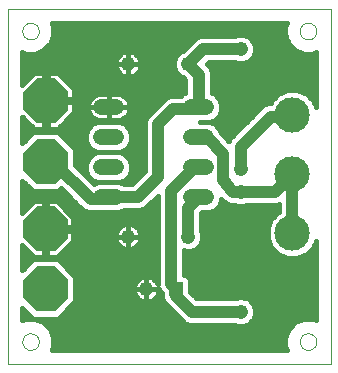
<source format=gtl>
G75*
G70*
%OFA0B0*%
%FSLAX24Y24*%
%IPPOS*%
%LPD*%
%AMOC8*
5,1,8,0,0,1.08239X$1,22.5*
%
%ADD10C,0.0000*%
%ADD11C,0.0520*%
%ADD12C,0.0476*%
%ADD13R,0.0476X0.0476*%
%ADD14C,0.1181*%
%ADD15OC8,0.1500*%
%ADD16C,0.0400*%
%ADD17C,0.0160*%
D10*
X000181Y000101D02*
X000181Y011951D01*
X010931Y011951D01*
X010931Y000101D01*
X000181Y000101D01*
X000655Y000851D02*
X000657Y000884D01*
X000663Y000916D01*
X000672Y000947D01*
X000685Y000977D01*
X000702Y001005D01*
X000722Y001031D01*
X000745Y001055D01*
X000770Y001075D01*
X000798Y001093D01*
X000827Y001107D01*
X000858Y001117D01*
X000890Y001124D01*
X000923Y001127D01*
X000956Y001126D01*
X000988Y001121D01*
X001019Y001112D01*
X001050Y001100D01*
X001078Y001084D01*
X001105Y001065D01*
X001129Y001043D01*
X001150Y001018D01*
X001169Y000991D01*
X001184Y000962D01*
X001195Y000932D01*
X001203Y000900D01*
X001207Y000867D01*
X001207Y000835D01*
X001203Y000802D01*
X001195Y000770D01*
X001184Y000740D01*
X001169Y000711D01*
X001150Y000684D01*
X001129Y000659D01*
X001105Y000637D01*
X001078Y000618D01*
X001050Y000602D01*
X001019Y000590D01*
X000988Y000581D01*
X000956Y000576D01*
X000923Y000575D01*
X000890Y000578D01*
X000858Y000585D01*
X000827Y000595D01*
X000798Y000609D01*
X000770Y000627D01*
X000745Y000647D01*
X000722Y000671D01*
X000702Y000697D01*
X000685Y000725D01*
X000672Y000755D01*
X000663Y000786D01*
X000657Y000818D01*
X000655Y000851D01*
X000655Y011201D02*
X000657Y011234D01*
X000663Y011266D01*
X000672Y011297D01*
X000685Y011327D01*
X000702Y011355D01*
X000722Y011381D01*
X000745Y011405D01*
X000770Y011425D01*
X000798Y011443D01*
X000827Y011457D01*
X000858Y011467D01*
X000890Y011474D01*
X000923Y011477D01*
X000956Y011476D01*
X000988Y011471D01*
X001019Y011462D01*
X001050Y011450D01*
X001078Y011434D01*
X001105Y011415D01*
X001129Y011393D01*
X001150Y011368D01*
X001169Y011341D01*
X001184Y011312D01*
X001195Y011282D01*
X001203Y011250D01*
X001207Y011217D01*
X001207Y011185D01*
X001203Y011152D01*
X001195Y011120D01*
X001184Y011090D01*
X001169Y011061D01*
X001150Y011034D01*
X001129Y011009D01*
X001105Y010987D01*
X001078Y010968D01*
X001050Y010952D01*
X001019Y010940D01*
X000988Y010931D01*
X000956Y010926D01*
X000923Y010925D01*
X000890Y010928D01*
X000858Y010935D01*
X000827Y010945D01*
X000798Y010959D01*
X000770Y010977D01*
X000745Y010997D01*
X000722Y011021D01*
X000702Y011047D01*
X000685Y011075D01*
X000672Y011105D01*
X000663Y011136D01*
X000657Y011168D01*
X000655Y011201D01*
X009905Y011201D02*
X009907Y011234D01*
X009913Y011266D01*
X009922Y011297D01*
X009935Y011327D01*
X009952Y011355D01*
X009972Y011381D01*
X009995Y011405D01*
X010020Y011425D01*
X010048Y011443D01*
X010077Y011457D01*
X010108Y011467D01*
X010140Y011474D01*
X010173Y011477D01*
X010206Y011476D01*
X010238Y011471D01*
X010269Y011462D01*
X010300Y011450D01*
X010328Y011434D01*
X010355Y011415D01*
X010379Y011393D01*
X010400Y011368D01*
X010419Y011341D01*
X010434Y011312D01*
X010445Y011282D01*
X010453Y011250D01*
X010457Y011217D01*
X010457Y011185D01*
X010453Y011152D01*
X010445Y011120D01*
X010434Y011090D01*
X010419Y011061D01*
X010400Y011034D01*
X010379Y011009D01*
X010355Y010987D01*
X010328Y010968D01*
X010300Y010952D01*
X010269Y010940D01*
X010238Y010931D01*
X010206Y010926D01*
X010173Y010925D01*
X010140Y010928D01*
X010108Y010935D01*
X010077Y010945D01*
X010048Y010959D01*
X010020Y010977D01*
X009995Y010997D01*
X009972Y011021D01*
X009952Y011047D01*
X009935Y011075D01*
X009922Y011105D01*
X009913Y011136D01*
X009907Y011168D01*
X009905Y011201D01*
X009905Y000851D02*
X009907Y000884D01*
X009913Y000916D01*
X009922Y000947D01*
X009935Y000977D01*
X009952Y001005D01*
X009972Y001031D01*
X009995Y001055D01*
X010020Y001075D01*
X010048Y001093D01*
X010077Y001107D01*
X010108Y001117D01*
X010140Y001124D01*
X010173Y001127D01*
X010206Y001126D01*
X010238Y001121D01*
X010269Y001112D01*
X010300Y001100D01*
X010328Y001084D01*
X010355Y001065D01*
X010379Y001043D01*
X010400Y001018D01*
X010419Y000991D01*
X010434Y000962D01*
X010445Y000932D01*
X010453Y000900D01*
X010457Y000867D01*
X010457Y000835D01*
X010453Y000802D01*
X010445Y000770D01*
X010434Y000740D01*
X010419Y000711D01*
X010400Y000684D01*
X010379Y000659D01*
X010355Y000637D01*
X010328Y000618D01*
X010300Y000602D01*
X010269Y000590D01*
X010238Y000581D01*
X010206Y000576D01*
X010173Y000575D01*
X010140Y000578D01*
X010108Y000585D01*
X010077Y000595D01*
X010048Y000609D01*
X010020Y000627D01*
X009995Y000647D01*
X009972Y000671D01*
X009952Y000697D01*
X009935Y000725D01*
X009922Y000755D01*
X009913Y000786D01*
X009907Y000818D01*
X009905Y000851D01*
D11*
X006794Y005667D02*
X006274Y005667D01*
X006274Y006667D02*
X006794Y006667D01*
X006794Y007667D02*
X006274Y007667D01*
X006274Y008667D02*
X006794Y008667D01*
X003794Y008667D02*
X003274Y008667D01*
X003274Y007667D02*
X003794Y007667D01*
X003794Y006667D02*
X003274Y006667D01*
X003274Y005667D02*
X003794Y005667D01*
D12*
X004181Y004351D03*
X004783Y002603D03*
X006181Y004351D03*
X007931Y005851D03*
X007931Y006601D03*
X006181Y010101D03*
X007931Y010601D03*
X004181Y010101D03*
X007931Y001851D03*
D13*
X005783Y002603D03*
D14*
X009660Y004465D03*
X009660Y006434D03*
X009660Y008402D03*
D15*
X001445Y008883D03*
X001431Y006851D03*
X001431Y004601D03*
X001431Y002601D03*
D16*
X002931Y005601D02*
X003468Y005601D01*
X003534Y005667D01*
X004497Y005667D01*
X005181Y006351D01*
X005181Y008101D01*
X005681Y008601D01*
X006468Y008601D01*
X006534Y008667D01*
X006534Y009748D01*
X006181Y010101D01*
X006681Y010601D01*
X007931Y010601D01*
X008931Y008351D02*
X009609Y008351D01*
X009660Y008402D01*
X008931Y008351D02*
X007931Y007351D01*
X007931Y006601D01*
X007431Y006151D02*
X007356Y006226D01*
X007356Y007101D01*
X006831Y007626D01*
X006575Y007626D01*
X006534Y007667D01*
X006534Y006667D02*
X006397Y006667D01*
X005606Y005876D01*
X005606Y002780D01*
X005783Y002603D01*
X005783Y002374D01*
X006306Y001851D01*
X007931Y001851D01*
X006181Y004351D02*
X006181Y005314D01*
X006534Y005667D01*
X007431Y006101D02*
X007431Y006151D01*
X007431Y006101D02*
X007681Y005851D01*
X007931Y005851D01*
X009077Y005851D01*
X009454Y006228D01*
X009660Y006022D01*
X009660Y004465D01*
X009454Y006228D02*
X009660Y006434D01*
X002931Y005601D02*
X001681Y006851D01*
X001431Y006851D01*
D17*
X000733Y007552D02*
X000661Y007552D01*
X000661Y007481D02*
X000661Y008352D01*
X001060Y007953D01*
X001388Y007953D01*
X001388Y008825D01*
X001503Y008825D01*
X001503Y007953D01*
X001831Y007953D01*
X002375Y008498D01*
X002375Y008825D01*
X001503Y008825D01*
X001503Y008940D01*
X002375Y008940D01*
X002375Y009268D01*
X001831Y009813D01*
X001503Y009813D01*
X001503Y008941D01*
X001388Y008941D01*
X001388Y009813D01*
X001060Y009813D01*
X000661Y009414D01*
X000661Y010495D01*
X000781Y010445D01*
X001082Y010445D01*
X001359Y010560D01*
X001572Y010773D01*
X001687Y011050D01*
X001687Y011351D01*
X001637Y011471D01*
X009475Y011471D01*
X009426Y011351D01*
X009426Y011050D01*
X009541Y010773D01*
X009753Y010560D01*
X010031Y010445D01*
X010332Y010445D01*
X010451Y010495D01*
X010451Y008663D01*
X010364Y008873D01*
X010131Y009106D01*
X009826Y009233D01*
X009495Y009233D01*
X009190Y009106D01*
X008956Y008873D01*
X008922Y008791D01*
X008844Y008791D01*
X008682Y008724D01*
X008558Y008600D01*
X007558Y007600D01*
X007535Y007544D01*
X007281Y007798D01*
X007218Y007950D01*
X007078Y008091D01*
X006894Y008167D01*
X007078Y008243D01*
X007218Y008384D01*
X007294Y008567D01*
X007294Y008766D01*
X007218Y008950D01*
X007078Y009091D01*
X006974Y009133D01*
X006974Y009660D01*
X006974Y009835D01*
X006907Y009997D01*
X006804Y010101D01*
X006864Y010161D01*
X007745Y010161D01*
X007836Y010123D01*
X008026Y010123D01*
X008202Y010196D01*
X008336Y010330D01*
X008409Y010506D01*
X008409Y010696D01*
X008336Y010871D01*
X008202Y011006D01*
X008026Y011079D01*
X007836Y011079D01*
X007745Y011041D01*
X006594Y011041D01*
X006432Y010974D01*
X006308Y010850D01*
X006002Y010544D01*
X005911Y010506D01*
X005776Y010371D01*
X005704Y010196D01*
X005704Y010006D01*
X005776Y009830D01*
X005911Y009696D01*
X006002Y009658D01*
X006094Y009566D01*
X006094Y009133D01*
X005991Y009091D01*
X005941Y009041D01*
X005594Y009041D01*
X005432Y008974D01*
X005308Y008850D01*
X004808Y008350D01*
X004741Y008188D01*
X004741Y008013D01*
X004741Y006533D01*
X004315Y006107D01*
X004039Y006107D01*
X003894Y006167D01*
X004078Y006243D01*
X004218Y006384D01*
X004294Y006567D01*
X004294Y006766D01*
X004218Y006950D01*
X004078Y007091D01*
X003894Y007167D01*
X004078Y007243D01*
X004218Y007384D01*
X004294Y007567D01*
X004294Y007766D01*
X004218Y007950D01*
X004078Y008091D01*
X003894Y008167D01*
X003175Y008167D01*
X002991Y008091D01*
X002851Y007950D01*
X002774Y007766D01*
X002774Y007567D01*
X002851Y007384D01*
X002991Y007243D01*
X003175Y007167D01*
X003894Y007167D01*
X003175Y007167D01*
X002991Y007091D01*
X002851Y006950D01*
X002774Y006766D01*
X002774Y006567D01*
X002851Y006384D01*
X002991Y006243D01*
X003175Y006167D01*
X003894Y006167D01*
X003175Y006167D01*
X003042Y006112D01*
X002421Y006733D01*
X002421Y007261D01*
X001841Y007841D01*
X001021Y007841D01*
X000661Y007481D01*
X000661Y007711D02*
X000891Y007711D01*
X000985Y008028D02*
X000661Y008028D01*
X000661Y007869D02*
X002817Y007869D01*
X002774Y007711D02*
X001971Y007711D01*
X002130Y007552D02*
X002781Y007552D01*
X002846Y007394D02*
X002288Y007394D01*
X002421Y007235D02*
X003010Y007235D01*
X002977Y007077D02*
X002421Y007077D01*
X002421Y006918D02*
X002837Y006918D01*
X002774Y006760D02*
X002421Y006760D01*
X002553Y006601D02*
X002774Y006601D01*
X002826Y006443D02*
X002712Y006443D01*
X002870Y006284D02*
X002950Y006284D01*
X003029Y006125D02*
X003075Y006125D01*
X002419Y005491D02*
X001856Y005491D01*
X001817Y005531D02*
X001489Y005531D01*
X001489Y004659D01*
X001374Y004659D01*
X001374Y005531D01*
X001046Y005531D01*
X000661Y005146D01*
X000661Y006221D01*
X001021Y005861D01*
X001841Y005861D01*
X001945Y005965D01*
X002558Y005352D01*
X002682Y005228D01*
X002844Y005161D01*
X003381Y005161D01*
X003556Y005161D01*
X003570Y005167D01*
X003894Y005167D01*
X004039Y005227D01*
X004410Y005227D01*
X004585Y005227D01*
X004747Y005294D01*
X005166Y005714D01*
X005166Y002867D01*
X005166Y002771D01*
X005141Y002822D01*
X005102Y002875D01*
X005056Y002921D01*
X005002Y002960D01*
X004944Y002990D01*
X004881Y003010D01*
X004816Y003021D01*
X004784Y003021D01*
X004784Y002603D01*
X005201Y002603D01*
X005201Y002608D01*
X005233Y002530D01*
X005306Y002458D01*
X005306Y002317D01*
X005342Y002229D01*
X005385Y002186D01*
X005410Y002125D01*
X005933Y001602D01*
X006057Y001478D01*
X006219Y001411D01*
X007745Y001411D01*
X007836Y001373D01*
X008026Y001373D01*
X008202Y001446D01*
X008336Y001580D01*
X008409Y001756D01*
X008409Y001946D01*
X008336Y002121D01*
X008202Y002256D01*
X008026Y002329D01*
X007836Y002329D01*
X007745Y002291D01*
X006489Y002291D01*
X006261Y002518D01*
X006261Y002888D01*
X006225Y002976D01*
X006157Y003044D01*
X006069Y003081D01*
X006046Y003081D01*
X006046Y003890D01*
X006086Y003873D01*
X006276Y003873D01*
X006452Y003946D01*
X006586Y004080D01*
X006659Y004256D01*
X006659Y004446D01*
X006621Y004537D01*
X006621Y005132D01*
X006657Y005167D01*
X006894Y005167D01*
X007078Y005243D01*
X007218Y005384D01*
X007294Y005567D01*
X007294Y005616D01*
X007432Y005478D01*
X007594Y005411D01*
X007745Y005411D01*
X007836Y005373D01*
X008026Y005373D01*
X008118Y005411D01*
X008990Y005411D01*
X009165Y005411D01*
X009220Y005434D01*
X009220Y005182D01*
X009190Y005169D01*
X008956Y004936D01*
X008830Y004631D01*
X008830Y004300D01*
X008956Y003995D01*
X009190Y003761D01*
X009495Y003635D01*
X009826Y003635D01*
X010131Y003761D01*
X010364Y003995D01*
X010451Y004205D01*
X010451Y001557D01*
X010332Y001606D01*
X010031Y001606D01*
X009753Y001491D01*
X009541Y001279D01*
X009426Y001001D01*
X009426Y000700D01*
X009475Y000581D01*
X001637Y000581D01*
X001687Y000700D01*
X001687Y001001D01*
X001572Y001279D01*
X001359Y001491D01*
X001082Y001606D01*
X000781Y001606D01*
X000661Y001557D01*
X000661Y001971D01*
X001021Y001611D01*
X001841Y001611D01*
X002421Y002191D01*
X002421Y003011D01*
X001841Y003591D01*
X001021Y003591D01*
X000661Y003231D01*
X000661Y004056D01*
X001046Y003671D01*
X001374Y003671D01*
X001374Y004543D01*
X001489Y004543D01*
X001489Y003671D01*
X001817Y003671D01*
X002361Y004216D01*
X002361Y004543D01*
X001489Y004543D01*
X001489Y004658D01*
X002361Y004658D01*
X002361Y004986D01*
X001817Y005531D01*
X002015Y005333D02*
X002577Y005333D01*
X002812Y005174D02*
X002173Y005174D01*
X002332Y005016D02*
X005166Y005016D01*
X005166Y005174D02*
X003912Y005174D01*
X004021Y004738D02*
X004084Y004758D01*
X004149Y004769D01*
X004181Y004769D01*
X004181Y004351D01*
X004181Y004351D01*
X003764Y004351D01*
X003764Y004384D01*
X003774Y004449D01*
X003794Y004511D01*
X003824Y004570D01*
X003863Y004623D01*
X003909Y004669D01*
X003962Y004708D01*
X004021Y004738D01*
X003949Y004699D02*
X002361Y004699D01*
X002361Y004857D02*
X005166Y004857D01*
X005166Y004699D02*
X004414Y004699D01*
X004400Y004708D02*
X004342Y004738D01*
X004279Y004758D01*
X004214Y004769D01*
X004182Y004769D01*
X004182Y004351D01*
X004599Y004351D01*
X004599Y004384D01*
X004589Y004449D01*
X004569Y004511D01*
X004539Y004570D01*
X004500Y004623D01*
X004454Y004669D01*
X004400Y004708D01*
X004182Y004699D02*
X004181Y004699D01*
X004181Y004540D02*
X004182Y004540D01*
X004181Y004381D02*
X004182Y004381D01*
X004182Y004351D02*
X004181Y004351D01*
X003764Y004351D01*
X003764Y004318D01*
X003774Y004253D01*
X003794Y004190D01*
X003824Y004132D01*
X003863Y004079D01*
X003909Y004032D01*
X003962Y003993D01*
X004021Y003964D01*
X004084Y003943D01*
X004149Y003933D01*
X004181Y003933D01*
X004181Y004350D01*
X004182Y004350D01*
X004182Y004351D02*
X004182Y004351D01*
X004599Y004351D01*
X004599Y004318D01*
X004589Y004253D01*
X004569Y004190D01*
X004539Y004132D01*
X004500Y004079D01*
X004454Y004032D01*
X004400Y003993D01*
X004342Y003964D01*
X004279Y003943D01*
X004214Y003933D01*
X004182Y003933D01*
X004182Y004350D01*
X004181Y004223D02*
X004182Y004223D01*
X004181Y004064D02*
X004182Y004064D01*
X003877Y004064D02*
X002210Y004064D01*
X002361Y004223D02*
X003784Y004223D01*
X003764Y004381D02*
X002361Y004381D01*
X002361Y004540D02*
X003809Y004540D01*
X004486Y004064D02*
X005166Y004064D01*
X005166Y003906D02*
X002052Y003906D01*
X001893Y003747D02*
X005166Y003747D01*
X005166Y003589D02*
X001843Y003589D01*
X002002Y003430D02*
X005166Y003430D01*
X005166Y003272D02*
X002161Y003272D01*
X002319Y003113D02*
X005166Y003113D01*
X005166Y002955D02*
X005010Y002955D01*
X005154Y002796D02*
X005166Y002796D01*
X005201Y002603D02*
X004784Y002603D01*
X004784Y002603D01*
X004783Y002603D01*
X004783Y002603D01*
X004366Y002603D01*
X004366Y002636D01*
X004376Y002701D01*
X004396Y002763D01*
X004426Y002822D01*
X004465Y002875D01*
X004511Y002921D01*
X004564Y002960D01*
X004623Y002990D01*
X004686Y003010D01*
X004750Y003021D01*
X004783Y003021D01*
X004783Y002603D01*
X004366Y002603D01*
X004366Y002570D01*
X004376Y002505D01*
X004396Y002442D01*
X004426Y002384D01*
X004465Y002331D01*
X004511Y002284D01*
X004564Y002245D01*
X004623Y002216D01*
X004686Y002195D01*
X004750Y002185D01*
X004783Y002185D01*
X004783Y002602D01*
X004784Y002602D01*
X004784Y002185D01*
X004816Y002185D01*
X004881Y002195D01*
X004944Y002216D01*
X005002Y002245D01*
X005056Y002284D01*
X005102Y002331D01*
X005141Y002384D01*
X005171Y002442D01*
X005191Y002505D01*
X005201Y002570D01*
X005201Y002603D01*
X005182Y002479D02*
X005285Y002479D01*
X005306Y002320D02*
X005092Y002320D01*
X005395Y002162D02*
X002393Y002162D01*
X002234Y002003D02*
X005532Y002003D01*
X005690Y001845D02*
X002075Y001845D01*
X001917Y001686D02*
X005849Y001686D01*
X006007Y001528D02*
X001272Y001528D01*
X001482Y001369D02*
X009631Y001369D01*
X009513Y001211D02*
X001600Y001211D01*
X001666Y001052D02*
X009447Y001052D01*
X009426Y000894D02*
X001687Y000894D01*
X001687Y000735D02*
X009426Y000735D01*
X009841Y001528D02*
X008284Y001528D01*
X008380Y001686D02*
X010451Y001686D01*
X010451Y001845D02*
X008409Y001845D01*
X008385Y002003D02*
X010451Y002003D01*
X010451Y002162D02*
X008296Y002162D01*
X008046Y002320D02*
X010451Y002320D01*
X010451Y002479D02*
X006300Y002479D01*
X006261Y002637D02*
X010451Y002637D01*
X010451Y002796D02*
X006261Y002796D01*
X006234Y002955D02*
X010451Y002955D01*
X010451Y003113D02*
X006046Y003113D01*
X006046Y003272D02*
X010451Y003272D01*
X010451Y003430D02*
X006046Y003430D01*
X006046Y003589D02*
X010451Y003589D01*
X010451Y003747D02*
X010097Y003747D01*
X010275Y003906D02*
X010451Y003906D01*
X010451Y004064D02*
X010393Y004064D01*
X009224Y003747D02*
X006046Y003747D01*
X006356Y003906D02*
X009045Y003906D01*
X008928Y004064D02*
X006571Y004064D01*
X006646Y004223D02*
X008862Y004223D01*
X008830Y004381D02*
X006659Y004381D01*
X006621Y004540D02*
X008830Y004540D01*
X008858Y004699D02*
X006621Y004699D01*
X006621Y004857D02*
X008924Y004857D01*
X009036Y005016D02*
X006621Y005016D01*
X006912Y005174D02*
X009202Y005174D01*
X009220Y005333D02*
X007167Y005333D01*
X007263Y005491D02*
X007419Y005491D01*
X007527Y007552D02*
X007539Y007552D01*
X007669Y007711D02*
X007369Y007711D01*
X007252Y007869D02*
X007828Y007869D01*
X007986Y008028D02*
X007140Y008028D01*
X006941Y008186D02*
X008145Y008186D01*
X008303Y008345D02*
X007180Y008345D01*
X007268Y008504D02*
X008462Y008504D01*
X008621Y008662D02*
X007294Y008662D01*
X007272Y008821D02*
X008935Y008821D01*
X009063Y008979D02*
X007189Y008979D01*
X006974Y009138D02*
X009266Y009138D01*
X010055Y009138D02*
X010451Y009138D01*
X010451Y008979D02*
X010258Y008979D01*
X010386Y008821D02*
X010451Y008821D01*
X010451Y009296D02*
X006974Y009296D01*
X006974Y009455D02*
X010451Y009455D01*
X010451Y009613D02*
X006974Y009613D01*
X006974Y009772D02*
X010451Y009772D01*
X010451Y009930D02*
X006935Y009930D01*
X006815Y010089D02*
X010451Y010089D01*
X010451Y010248D02*
X008254Y010248D01*
X008368Y010406D02*
X010451Y010406D01*
X009749Y010565D02*
X008409Y010565D01*
X008398Y010723D02*
X009590Y010723D01*
X009496Y010882D02*
X008326Y010882D01*
X008119Y011040D02*
X009430Y011040D01*
X009426Y011199D02*
X001687Y011199D01*
X001683Y011040D02*
X006593Y011040D01*
X006340Y010882D02*
X001617Y010882D01*
X001522Y010723D02*
X006182Y010723D01*
X006023Y010565D02*
X001364Y010565D01*
X001388Y009772D02*
X001503Y009772D01*
X001503Y009613D02*
X001388Y009613D01*
X001388Y009455D02*
X001503Y009455D01*
X001503Y009296D02*
X001388Y009296D01*
X001388Y009138D02*
X001503Y009138D01*
X001503Y008979D02*
X001388Y008979D01*
X001388Y008821D02*
X001503Y008821D01*
X001503Y008662D02*
X001388Y008662D01*
X001388Y008504D02*
X001503Y008504D01*
X001503Y008345D02*
X001388Y008345D01*
X001388Y008186D02*
X001503Y008186D01*
X001503Y008028D02*
X001388Y008028D01*
X001906Y008028D02*
X002928Y008028D01*
X003044Y008290D02*
X003105Y008259D01*
X003171Y008238D01*
X003240Y008227D01*
X003534Y008227D01*
X003534Y008666D01*
X003535Y008666D01*
X003535Y008227D01*
X003829Y008227D01*
X003897Y008238D01*
X003963Y008259D01*
X004025Y008290D01*
X004081Y008331D01*
X004130Y008380D01*
X004171Y008436D01*
X004202Y008498D01*
X004224Y008564D01*
X004234Y008632D01*
X004234Y008667D01*
X004234Y008701D01*
X004224Y008770D01*
X004202Y008836D01*
X004171Y008897D01*
X004130Y008953D01*
X004081Y009002D01*
X004025Y009043D01*
X003963Y009075D01*
X003897Y009096D01*
X003829Y009107D01*
X003535Y009107D01*
X003535Y008667D01*
X004234Y008667D01*
X003535Y008667D01*
X003535Y008667D01*
X003534Y008667D01*
X003534Y008667D01*
X002834Y008667D01*
X002834Y008701D01*
X002845Y008770D01*
X002867Y008836D01*
X002898Y008897D01*
X002939Y008953D01*
X002988Y009002D01*
X003044Y009043D01*
X003105Y009075D01*
X003171Y009096D01*
X003240Y009107D01*
X003534Y009107D01*
X003534Y008667D01*
X002834Y008667D01*
X002834Y008632D01*
X002845Y008564D01*
X002867Y008498D01*
X002898Y008436D01*
X002939Y008380D01*
X002988Y008331D01*
X003044Y008290D01*
X002974Y008345D02*
X002223Y008345D01*
X002375Y008504D02*
X002865Y008504D01*
X002834Y008662D02*
X002375Y008662D01*
X002375Y008821D02*
X002862Y008821D01*
X002965Y008979D02*
X002375Y008979D01*
X002375Y009138D02*
X006094Y009138D01*
X006094Y009296D02*
X002347Y009296D01*
X002189Y009455D02*
X006094Y009455D01*
X006047Y009613D02*
X002030Y009613D01*
X001871Y009772D02*
X003923Y009772D01*
X003909Y009782D02*
X003962Y009743D01*
X004021Y009714D01*
X004084Y009693D01*
X004149Y009683D01*
X004181Y009683D01*
X004181Y010100D01*
X004182Y010100D01*
X004182Y010101D02*
X004182Y010101D01*
X004599Y010101D01*
X004599Y010134D01*
X004589Y010199D01*
X004569Y010261D01*
X004539Y010320D01*
X004500Y010373D01*
X004454Y010419D01*
X004400Y010458D01*
X004342Y010488D01*
X004279Y010508D01*
X004214Y010519D01*
X004182Y010519D01*
X004182Y010101D01*
X004599Y010101D01*
X004599Y010068D01*
X004589Y010003D01*
X004569Y009940D01*
X004539Y009882D01*
X004500Y009829D01*
X004454Y009782D01*
X004400Y009743D01*
X004342Y009714D01*
X004279Y009693D01*
X004214Y009683D01*
X004182Y009683D01*
X004182Y010100D01*
X004181Y010101D02*
X003764Y010101D01*
X004181Y010101D01*
X004181Y010101D01*
X004181Y010519D01*
X004149Y010519D01*
X004084Y010508D01*
X004021Y010488D01*
X003962Y010458D01*
X003909Y010419D01*
X003863Y010373D01*
X003824Y010320D01*
X003794Y010261D01*
X003774Y010199D01*
X003764Y010134D01*
X003764Y010101D01*
X003764Y010068D01*
X003774Y010003D01*
X003794Y009940D01*
X003824Y009882D01*
X003863Y009829D01*
X003909Y009782D01*
X003799Y009930D02*
X000661Y009930D01*
X000661Y009772D02*
X001019Y009772D01*
X000861Y009613D02*
X000661Y009613D01*
X000661Y009455D02*
X000702Y009455D01*
X000661Y010089D02*
X003764Y010089D01*
X003790Y010248D02*
X000661Y010248D01*
X000661Y010406D02*
X003896Y010406D01*
X004181Y010406D02*
X004182Y010406D01*
X004181Y010248D02*
X004182Y010248D01*
X004182Y010101D02*
X004181Y010101D01*
X004181Y010089D02*
X004182Y010089D01*
X004181Y009930D02*
X004182Y009930D01*
X004181Y009772D02*
X004182Y009772D01*
X004440Y009772D02*
X005835Y009772D01*
X005735Y009930D02*
X004564Y009930D01*
X004599Y010089D02*
X005704Y010089D01*
X005725Y010248D02*
X004573Y010248D01*
X004467Y010406D02*
X005811Y010406D01*
X005445Y008979D02*
X004104Y008979D01*
X004207Y008821D02*
X005279Y008821D01*
X005121Y008662D02*
X004234Y008662D01*
X004204Y008504D02*
X004962Y008504D01*
X004806Y008345D02*
X004095Y008345D01*
X004140Y008028D02*
X004741Y008028D01*
X004741Y007869D02*
X004252Y007869D01*
X004294Y007711D02*
X004741Y007711D01*
X004741Y007552D02*
X004288Y007552D01*
X004222Y007394D02*
X004741Y007394D01*
X004741Y007235D02*
X004059Y007235D01*
X004092Y007077D02*
X004741Y007077D01*
X004741Y006918D02*
X004231Y006918D01*
X004294Y006760D02*
X004741Y006760D01*
X004741Y006601D02*
X004294Y006601D01*
X004243Y006443D02*
X004651Y006443D01*
X004492Y006284D02*
X004119Y006284D01*
X003994Y006125D02*
X004334Y006125D01*
X004944Y005491D02*
X005166Y005491D01*
X005166Y005650D02*
X005103Y005650D01*
X005166Y005333D02*
X004786Y005333D01*
X004554Y004540D02*
X005166Y004540D01*
X005166Y004381D02*
X004599Y004381D01*
X004579Y004223D02*
X005166Y004223D01*
X004783Y002955D02*
X004784Y002955D01*
X004783Y002796D02*
X004784Y002796D01*
X004783Y002637D02*
X004784Y002637D01*
X004783Y002479D02*
X004784Y002479D01*
X004783Y002320D02*
X004784Y002320D01*
X004475Y002320D02*
X002421Y002320D01*
X002421Y002479D02*
X004384Y002479D01*
X004366Y002637D02*
X002421Y002637D01*
X002421Y002796D02*
X004413Y002796D01*
X004557Y002955D02*
X002421Y002955D01*
X001489Y003747D02*
X001374Y003747D01*
X001374Y003906D02*
X001489Y003906D01*
X001489Y004064D02*
X001374Y004064D01*
X001374Y004223D02*
X001489Y004223D01*
X001489Y004381D02*
X001374Y004381D01*
X001374Y004540D02*
X001489Y004540D01*
X001489Y004699D02*
X001374Y004699D01*
X001374Y004857D02*
X001489Y004857D01*
X001489Y005016D02*
X001374Y005016D01*
X001374Y005174D02*
X001489Y005174D01*
X001489Y005333D02*
X001374Y005333D01*
X001374Y005491D02*
X001489Y005491D01*
X001007Y005491D02*
X000661Y005491D01*
X000661Y005650D02*
X002260Y005650D01*
X002102Y005808D02*
X000661Y005808D01*
X000661Y005967D02*
X000915Y005967D01*
X000757Y006125D02*
X000661Y006125D01*
X000661Y005333D02*
X000848Y005333D01*
X000690Y005174D02*
X000661Y005174D01*
X000661Y003906D02*
X000811Y003906D01*
X000661Y003747D02*
X000970Y003747D01*
X001019Y003589D02*
X000661Y003589D01*
X000661Y003430D02*
X000861Y003430D01*
X000702Y003272D02*
X000661Y003272D01*
X000661Y001845D02*
X000787Y001845D01*
X000661Y001686D02*
X000946Y001686D01*
X006459Y002320D02*
X007817Y002320D01*
X006894Y008167D02*
X006570Y008167D01*
X006570Y008167D01*
X006894Y008167D01*
X004741Y008186D02*
X002064Y008186D01*
X000826Y008186D02*
X000661Y008186D01*
X000661Y008345D02*
X000668Y008345D01*
X001684Y011357D02*
X009428Y011357D01*
X003535Y008979D02*
X003534Y008979D01*
X003534Y008821D02*
X003535Y008821D01*
X003534Y008662D02*
X003535Y008662D01*
X003534Y008504D02*
X003535Y008504D01*
X003534Y008345D02*
X003535Y008345D01*
M02*

</source>
